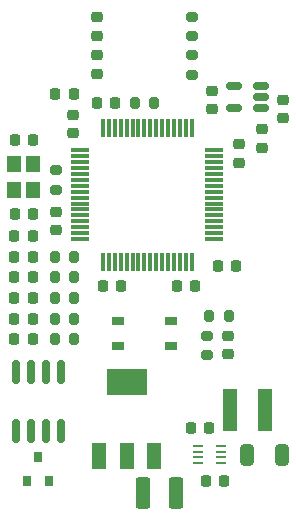
<source format=gbr>
%TF.GenerationSoftware,KiCad,Pcbnew,6.0.8-f2edbf62ab~116~ubuntu20.04.1*%
%TF.CreationDate,2022-10-23T17:18:19+02:00*%
%TF.ProjectId,TireTempSensor_v2.0,54697265-5465-46d7-9053-656e736f725f,rev?*%
%TF.SameCoordinates,Original*%
%TF.FileFunction,Paste,Top*%
%TF.FilePolarity,Positive*%
%FSLAX46Y46*%
G04 Gerber Fmt 4.6, Leading zero omitted, Abs format (unit mm)*
G04 Created by KiCad (PCBNEW 6.0.8-f2edbf62ab~116~ubuntu20.04.1) date 2022-10-23 17:18:19*
%MOMM*%
%LPD*%
G01*
G04 APERTURE LIST*
G04 Aperture macros list*
%AMRoundRect*
0 Rectangle with rounded corners*
0 $1 Rounding radius*
0 $2 $3 $4 $5 $6 $7 $8 $9 X,Y pos of 4 corners*
0 Add a 4 corners polygon primitive as box body*
4,1,4,$2,$3,$4,$5,$6,$7,$8,$9,$2,$3,0*
0 Add four circle primitives for the rounded corners*
1,1,$1+$1,$2,$3*
1,1,$1+$1,$4,$5*
1,1,$1+$1,$6,$7*
1,1,$1+$1,$8,$9*
0 Add four rect primitives between the rounded corners*
20,1,$1+$1,$2,$3,$4,$5,0*
20,1,$1+$1,$4,$5,$6,$7,0*
20,1,$1+$1,$6,$7,$8,$9,0*
20,1,$1+$1,$8,$9,$2,$3,0*%
G04 Aperture macros list end*
%ADD10RoundRect,0.200000X0.200000X0.275000X-0.200000X0.275000X-0.200000X-0.275000X0.200000X-0.275000X0*%
%ADD11RoundRect,0.218750X-0.218750X-0.256250X0.218750X-0.256250X0.218750X0.256250X-0.218750X0.256250X0*%
%ADD12R,3.500000X2.200000*%
%ADD13R,1.200000X2.200000*%
%ADD14RoundRect,0.225000X-0.250000X0.225000X-0.250000X-0.225000X0.250000X-0.225000X0.250000X0.225000X0*%
%ADD15RoundRect,0.150000X0.512500X0.150000X-0.512500X0.150000X-0.512500X-0.150000X0.512500X-0.150000X0*%
%ADD16RoundRect,0.218750X0.256250X-0.218750X0.256250X0.218750X-0.256250X0.218750X-0.256250X-0.218750X0*%
%ADD17RoundRect,0.062500X-0.325000X-0.062500X0.325000X-0.062500X0.325000X0.062500X-0.325000X0.062500X0*%
%ADD18RoundRect,0.225000X-0.225000X-0.250000X0.225000X-0.250000X0.225000X0.250000X-0.225000X0.250000X0*%
%ADD19RoundRect,0.250000X0.325000X0.650000X-0.325000X0.650000X-0.325000X-0.650000X0.325000X-0.650000X0*%
%ADD20RoundRect,0.150000X-0.150000X0.825000X-0.150000X-0.825000X0.150000X-0.825000X0.150000X0.825000X0*%
%ADD21RoundRect,0.225000X0.250000X-0.225000X0.250000X0.225000X-0.250000X0.225000X-0.250000X-0.225000X0*%
%ADD22R,1.150000X1.400000*%
%ADD23RoundRect,0.225000X0.225000X0.250000X-0.225000X0.250000X-0.225000X-0.250000X0.225000X-0.250000X0*%
%ADD24R,1.150000X3.600000*%
%ADD25RoundRect,0.250000X0.375000X1.075000X-0.375000X1.075000X-0.375000X-1.075000X0.375000X-1.075000X0*%
%ADD26RoundRect,0.200000X-0.200000X-0.275000X0.200000X-0.275000X0.200000X0.275000X-0.200000X0.275000X0*%
%ADD27R,1.000000X0.700000*%
%ADD28RoundRect,0.200000X-0.275000X0.200000X-0.275000X-0.200000X0.275000X-0.200000X0.275000X0.200000X0*%
%ADD29R,0.800000X0.900000*%
%ADD30RoundRect,0.075000X-0.700000X-0.075000X0.700000X-0.075000X0.700000X0.075000X-0.700000X0.075000X0*%
%ADD31RoundRect,0.075000X-0.075000X-0.700000X0.075000X-0.700000X0.075000X0.700000X-0.075000X0.700000X0*%
%ADD32RoundRect,0.200000X0.275000X-0.200000X0.275000X0.200000X-0.275000X0.200000X-0.275000X-0.200000X0*%
%ADD33RoundRect,0.218750X0.218750X0.256250X-0.218750X0.256250X-0.218750X-0.256250X0.218750X-0.256250X0*%
G04 APERTURE END LIST*
D10*
%TO.C,R8*%
X106825000Y-90250000D03*
X105175000Y-90250000D03*
%TD*%
D11*
%TO.C,D2*%
X101712500Y-86750000D03*
X103287500Y-86750000D03*
%TD*%
D12*
%TO.C,Q1*%
X111250000Y-99150000D03*
D13*
X111250000Y-105350000D03*
X113550000Y-105350000D03*
X108950000Y-105350000D03*
%TD*%
D11*
%TO.C,D4*%
X101712500Y-88500000D03*
X103287500Y-88500000D03*
%TD*%
D14*
%TO.C,C4*%
X120750000Y-78975000D03*
X120750000Y-80525000D03*
%TD*%
D10*
%TO.C,R9*%
X106825000Y-93750000D03*
X105175000Y-93750000D03*
%TD*%
D15*
%TO.C,U2*%
X122637500Y-75950000D03*
X122637500Y-75000000D03*
X122637500Y-74050000D03*
X120362500Y-74050000D03*
X120362500Y-75950000D03*
%TD*%
D16*
%TO.C,FB3*%
X108750000Y-73037500D03*
X108750000Y-71462500D03*
%TD*%
D10*
%TO.C,R4*%
X106825000Y-88500000D03*
X105175000Y-88500000D03*
%TD*%
D11*
%TO.C,FB4*%
X101712500Y-95500000D03*
X103287500Y-95500000D03*
%TD*%
D17*
%TO.C,IC1*%
X117262500Y-104500000D03*
X117262500Y-105000000D03*
X117262500Y-105500000D03*
X117262500Y-106000000D03*
X119237500Y-106000000D03*
X119237500Y-105500000D03*
X119237500Y-105000000D03*
X119237500Y-104500000D03*
%TD*%
D18*
%TO.C,C2*%
X108725000Y-75500000D03*
X110275000Y-75500000D03*
%TD*%
D19*
%TO.C,C16*%
X124425000Y-105250000D03*
X121475000Y-105250000D03*
%TD*%
D11*
%TO.C,D3*%
X101712500Y-90250000D03*
X103287500Y-90250000D03*
%TD*%
D20*
%TO.C,U3*%
X105655000Y-98275000D03*
X104385000Y-98275000D03*
X103115000Y-98275000D03*
X101845000Y-98275000D03*
X101845000Y-103225000D03*
X103115000Y-103225000D03*
X104385000Y-103225000D03*
X105655000Y-103225000D03*
%TD*%
D18*
%TO.C,C1*%
X105225000Y-74750000D03*
X106775000Y-74750000D03*
%TD*%
D21*
%TO.C,C17*%
X108750000Y-69775000D03*
X108750000Y-68225000D03*
%TD*%
D18*
%TO.C,C12*%
X116700000Y-103000000D03*
X118250000Y-103000000D03*
%TD*%
D22*
%TO.C,Y1*%
X101700000Y-80650000D03*
X101700000Y-82850000D03*
X103300000Y-82850000D03*
X103300000Y-80650000D03*
%TD*%
D16*
%TO.C,FB2*%
X122750000Y-79287500D03*
X122750000Y-77712500D03*
%TD*%
D11*
%TO.C,D5*%
X101712500Y-92000000D03*
X103287500Y-92000000D03*
%TD*%
D18*
%TO.C,C13*%
X117950000Y-107500000D03*
X119500000Y-107500000D03*
%TD*%
D14*
%TO.C,C14*%
X124500000Y-75225000D03*
X124500000Y-76775000D03*
%TD*%
D23*
%TO.C,C10*%
X103350000Y-84850000D03*
X101800000Y-84850000D03*
%TD*%
D24*
%TO.C,L1*%
X120000000Y-101500000D03*
X122950000Y-101500000D03*
%TD*%
D25*
%TO.C,F1*%
X115400000Y-108500000D03*
X112600000Y-108500000D03*
%TD*%
D26*
%TO.C,R1*%
X111925000Y-75500000D03*
X113575000Y-75500000D03*
%TD*%
D23*
%TO.C,C7*%
X117025000Y-91000000D03*
X115475000Y-91000000D03*
%TD*%
D27*
%TO.C,SW1*%
X115000000Y-96075000D03*
X110500000Y-96075000D03*
X115000000Y-93925000D03*
X110500000Y-93925000D03*
%TD*%
D10*
%TO.C,R10*%
X106825000Y-95500000D03*
X105175000Y-95500000D03*
%TD*%
D28*
%TO.C,R2*%
X105250000Y-81175000D03*
X105250000Y-82825000D03*
%TD*%
D21*
%TO.C,C3*%
X105250000Y-86275000D03*
X105250000Y-84725000D03*
%TD*%
D10*
%TO.C,R11*%
X119900000Y-93500000D03*
X118250000Y-93500000D03*
%TD*%
D29*
%TO.C,D1*%
X102800000Y-107500000D03*
X104700000Y-107500000D03*
X103750000Y-105500000D03*
%TD*%
D11*
%TO.C,D6*%
X101712500Y-93750000D03*
X103287500Y-93750000D03*
%TD*%
D30*
%TO.C,U1*%
X107325000Y-79500000D03*
X107325000Y-80000000D03*
X107325000Y-80500000D03*
X107325000Y-81000000D03*
X107325000Y-81500000D03*
X107325000Y-82000000D03*
X107325000Y-82500000D03*
X107325000Y-83000000D03*
X107325000Y-83500000D03*
X107325000Y-84000000D03*
X107325000Y-84500000D03*
X107325000Y-85000000D03*
X107325000Y-85500000D03*
X107325000Y-86000000D03*
X107325000Y-86500000D03*
X107325000Y-87000000D03*
D31*
X109250000Y-88925000D03*
X109750000Y-88925000D03*
X110250000Y-88925000D03*
X110750000Y-88925000D03*
X111250000Y-88925000D03*
X111750000Y-88925000D03*
X112250000Y-88925000D03*
X112750000Y-88925000D03*
X113250000Y-88925000D03*
X113750000Y-88925000D03*
X114250000Y-88925000D03*
X114750000Y-88925000D03*
X115250000Y-88925000D03*
X115750000Y-88925000D03*
X116250000Y-88925000D03*
X116750000Y-88925000D03*
D30*
X118675000Y-87000000D03*
X118675000Y-86500000D03*
X118675000Y-86000000D03*
X118675000Y-85500000D03*
X118675000Y-85000000D03*
X118675000Y-84500000D03*
X118675000Y-84000000D03*
X118675000Y-83500000D03*
X118675000Y-83000000D03*
X118675000Y-82500000D03*
X118675000Y-82000000D03*
X118675000Y-81500000D03*
X118675000Y-81000000D03*
X118675000Y-80500000D03*
X118675000Y-80000000D03*
X118675000Y-79500000D03*
D31*
X116750000Y-77575000D03*
X116250000Y-77575000D03*
X115750000Y-77575000D03*
X115250000Y-77575000D03*
X114750000Y-77575000D03*
X114250000Y-77575000D03*
X113750000Y-77575000D03*
X113250000Y-77575000D03*
X112750000Y-77575000D03*
X112250000Y-77575000D03*
X111750000Y-77575000D03*
X111250000Y-77575000D03*
X110750000Y-77575000D03*
X110250000Y-77575000D03*
X109750000Y-77575000D03*
X109250000Y-77575000D03*
%TD*%
D21*
%TO.C,C15*%
X118500000Y-76025000D03*
X118500000Y-74475000D03*
%TD*%
D32*
%TO.C,R6*%
X116756052Y-69825000D03*
X116756052Y-68175000D03*
%TD*%
D10*
%TO.C,R7*%
X106825000Y-92000000D03*
X105175000Y-92000000D03*
%TD*%
D21*
%TO.C,C5*%
X106750000Y-78025000D03*
X106750000Y-76475000D03*
%TD*%
D14*
%TO.C,C11*%
X119825000Y-95225000D03*
X119825000Y-96775000D03*
%TD*%
D18*
%TO.C,C9*%
X101775000Y-78600000D03*
X103325000Y-78600000D03*
%TD*%
D28*
%TO.C,R3*%
X118075000Y-95175000D03*
X118075000Y-96825000D03*
%TD*%
%TO.C,R5*%
X116750000Y-71425000D03*
X116750000Y-73075000D03*
%TD*%
D23*
%TO.C,C6*%
X110775000Y-91000000D03*
X109225000Y-91000000D03*
%TD*%
D33*
%TO.C,FB1*%
X120537500Y-89250000D03*
X118962500Y-89250000D03*
%TD*%
M02*

</source>
